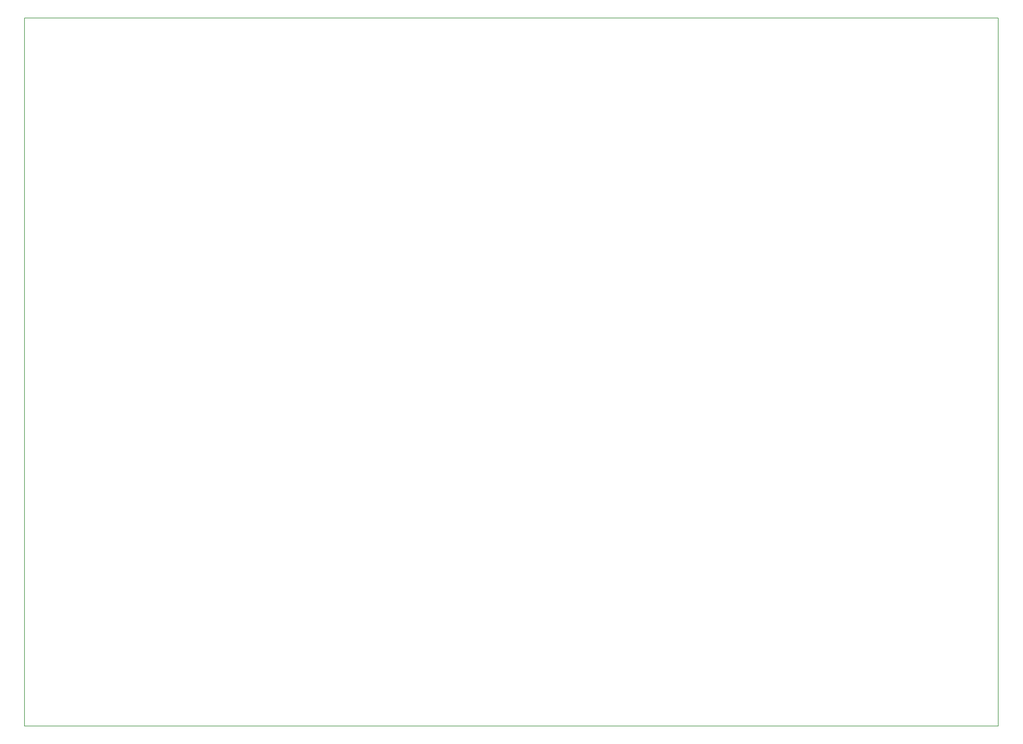
<source format=gm1>
G04 #@! TF.GenerationSoftware,KiCad,Pcbnew,(5.0.1)-3*
G04 #@! TF.CreationDate,2018-11-05T11:47:56-08:00*
G04 #@! TF.ProjectId,100-1059D_Cheezy,3130302D31303539445F436865657A79,rev?*
G04 #@! TF.SameCoordinates,Original*
G04 #@! TF.FileFunction,Profile,NP*
%FSLAX46Y46*%
G04 Gerber Fmt 4.6, Leading zero omitted, Abs format (unit mm)*
G04 Created by KiCad (PCBNEW (5.0.1)-3) date 11/5/2018 11:47:56 AM*
%MOMM*%
%LPD*%
G01*
G04 APERTURE LIST*
%ADD10C,0.150000*%
G04 APERTURE END LIST*
D10*
X88900000Y-279400000D02*
X114300000Y-279400000D01*
X88900000Y-76200000D02*
X114300000Y-76200000D01*
X368300000Y-279400000D02*
X368300000Y-76200000D01*
X88900000Y-279400000D02*
X88900000Y-76200000D01*
X317500000Y-279400000D02*
X368300000Y-279400000D01*
X114300000Y-279400000D02*
X317500000Y-279400000D01*
X114300000Y-76200000D02*
X368300000Y-76200000D01*
M02*

</source>
